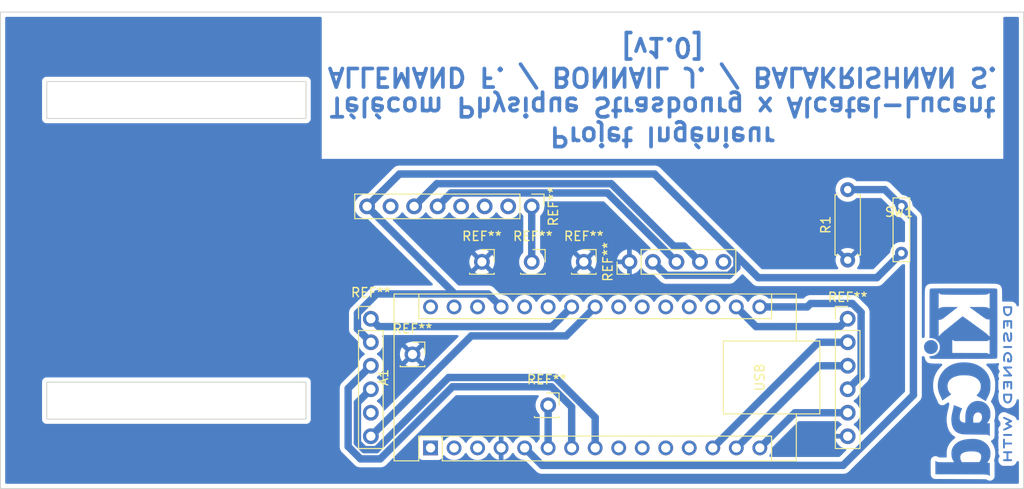
<source format=kicad_pcb>
(kicad_pcb (version 20211014) (generator pcbnew)
  (layers (0 "F.Cu" signal) (31 "B.Cu" signal) (34 "B.Paste" user) (35 "F.Paste" user) (36 "B.SilkS" user "B.Silkscreen") (37 "F.SilkS" user "F.Silkscreen") (38 "B.Mask" user) (39 "F.Mask" user) (44 "Edge.Cuts" user))
  (net 0 "")
  (net 4 "Earth")
  (net 5 "INTERRUPT")
  (net 6 "BUTTON")
  (net 7 "GPS_RECEIVE")
  (net 8 "GPS_TRANSMIT")
  (net 12 "CS")
  (net 13 "MOSI")
  (net 14 "MISO")
  (net 15 "CLK")
  (net 16 "3.3v")
  (net 22 "SDA")
  (net 23 "SCL")
  (net 26 "5v")
  (footprint "Connector_PinSocket_2.54mm:PinSocket_1x01_P2.54mm_Vertical" (layer "F.Cu") (at 127.5 91.5)
    (fp_text reference "REF**")
    (fp_text value "PinSocket_1x01_P2.54mm_Vertical")
  )
  (footprint "Connector_PinSocket_2.54mm:PinSocket_1x01_P2.54mm_Vertical" (layer "F.Cu") (at 133 91.5)
    (fp_text reference "REF**")
    (fp_text value "PinSocket_1x01_P2.54mm_Vertical")
  )
  (footprint "Connector_PinSocket_2.54mm:PinSocket_1x01_P2.54mm_Vertical" (layer "F.Cu") (at 129 107)
    (fp_text reference "REF**")
    (fp_text value "PinSocket_1x01_P2.54mm_Vertical")
  )
  (footprint "Connector_PinHeader_2.54mm:PinHeader_1x06_P2.54mm_Vertical" (layer "F.Cu") (at 161.5 97.65)
    (fp_text reference "REF**")
    (fp_text value "SD Card")
  )
  (footprint "Module:Arduino_Nano" (layer "F.Cu") (at 116.45 111.61 90)
    (fp_text reference "A1")
    (fp_text value "Arduino_Nano_v3.x")
  )
  (footprint "TestPoint:TestPoint_Bridge_Pitch5.08mm_Drill0.7mm" (layer "F.Cu") (at 167.3 85.48 -90)
    (fp_text reference "SW1")
    (fp_text value "SW_Push")
  )
  (footprint "Connector_PinHeader_2.54mm:PinHeader_1x08_P2.54mm_Vertical" (layer "F.Cu") (at 127.375 85.5 -90)
    (fp_text reference "REF**")
    (fp_text value "IMU")
  )
  (footprint "Connector_PinSocket_2.54mm:PinSocket_1x01_P2.54mm_Vertical" (layer "F.Cu") (at 114.5 101.5)
    (fp_text reference "REF**")
    (fp_text value "PinSocket_1x01_P2.54mm_Vertical")
  )
  (footprint "Connector_PinHeader_2.54mm:PinHeader_1x06_P2.54mm_Vertical" (layer "F.Cu") (at 110 97.65)
    (fp_text reference "REF**")
    (fp_text value "GPS")
  )
  (footprint "Connector_PinHeader_2.54mm:PinHeader_1x05_P2.54mm_Vertical" (layer "F.Cu") (at 137.925 91.5 90)
    (fp_text reference "REF**")
    (fp_text value "RTC")
  )
  (footprint "Connector_PinSocket_2.54mm:PinSocket_1x01_P2.54mm_Vertical" (layer "F.Cu") (at 122 91.5)
    (fp_text reference "REF**")
    (fp_text value "PinSocket_1x01_P2.54mm_Vertical")
  )
  (footprint "Resistor_THT:R_Axial_DIN0207_L6.3mm_D2.5mm_P7.62mm_Horizontal" (layer "F.Cu") (at 161.5 91.31 90)
    (fp_text reference "R1")
    (fp_text value "R")
  )
  (footprint "Symbol:KiCad-Logo2_8mm_Copper" (layer "B.Cu") (at 173.676424 104.490107 -90)
    (fp_text reference "REF**" hide)
    (fp_text value "KiCad-Logo2_8mm_Copper" hide)
  )
  (gr_rect (start 75 104.5) (end 103 108.5) (layer "Edge.Cuts") (width 0.1) (fill none))
  (gr_rect (start 75 72) (end 103 76) (layer "Edge.Cuts") (width 0.1) (fill none))
  (gr_rect (start 70 64.5) (end 180.5 116) (layer "Edge.Cuts") (width 0.1) (fill none))
  (gr_text "Projet Ingénieur\nTélécom Physique Strasbourg x Alcatel-Lucent\nALLEMAND F. / BONNAIL J. / BALAKRISHNAN S.\n[v1.0]\n\n" (at 141.5 71.5 180) (layer "B.Cu") (effects (font (size 2 2) (thickness 0.4)) (justify mirror)))
  (segment (start 129.15 111.61) (end 129.15 107) (width 0.8) (layer "B.Cu") (net 5))
  (segment (start 127.375 85.5) (end 127.375 91.5) (width 0.8) (layer "B.Cu") (net 5))
  (segment (start 161.5 83.69) (end 165.51 83.69) (width 0.8) (layer "B.Cu") (net 6))
  (segment (start 128.5 113.5) (end 126.61 111.61) (width 0.8) (layer "B.Cu") (net 6))
  (segment (start 161 113.5) (end 128.5 113.5) (width 0.8) (layer "B.Cu") (net 6))
  (segment (start 165.51 83.69) (end 167.3 85.48) (width 0.8) (layer "B.Cu") (net 6))
  (segment (start 168.6 86.78) (end 168.6 105.9) (width 0.8) (layer "B.Cu") (net 6))
  (segment (start 168.6 105.9) (end 161 113.5) (width 0.8) (layer "B.Cu") (net 6))
  (segment (start 167.3 85.48) (end 168.6 86.78) (width 0.8) (layer "B.Cu") (net 6))
  (segment (start 111.014824 112.8) (end 118.814824 105) (width 0.8) (layer "B.Cu") (net 7))
  (segment (start 108.885786 112.8) (end 111.014824 112.8) (width 0.8) (layer "B.Cu") (net 7))
  (segment (start 131.69 107.19) (end 131.69 111.61) (width 0.8) (layer "B.Cu") (net 7))
  (segment (start 129.5 105) (end 131.69 107.19) (width 0.8) (layer "B.Cu") (net 7))
  (segment (start 107.549999 111.464213) (end 108.885786 112.8) (width 0.8) (layer "B.Cu") (net 7))
  (segment (start 107.549999 105.180001) (end 107.549999 111.464213) (width 0.8) (layer "B.Cu") (net 7))
  (segment (start 118.814824 105) (end 129.5 105) (width 0.8) (layer "B.Cu") (net 7))
  (segment (start 110 102.73) (end 107.549999 105.180001) (width 0.8) (layer "B.Cu") (net 7))
  (segment (start 110 105.27) (end 108.55 106.72) (width 0.8) (layer "B.Cu") (net 8))
  (segment (start 118.400611 103.999999) (end 129.914214 104) (width 0.8) (layer "B.Cu") (net 8))
  (segment (start 108.55 111.05) (end 109.3 111.8) (width 0.8) (layer "B.Cu") (net 8))
  (segment (start 110.60061 111.8) (end 118.400611 103.999999) (width 0.8) (layer "B.Cu") (net 8))
  (segment (start 109.3 111.8) (end 110.60061 111.8) (width 0.8) (layer "B.Cu") (net 8))
  (segment (start 134.23 108.315786) (end 134.23 111.61) (width 0.8) (layer "B.Cu") (net 8))
  (segment (start 108.55 106.72) (end 108.55 111.05) (width 0.8) (layer "B.Cu") (net 8))
  (segment (start 129.914214 104) (end 134.23 108.315786) (width 0.8) (layer "B.Cu") (net 8))
  (segment (start 158.35 100.19) (end 146.93 111.61) (width 0.8) (layer "B.Cu") (net 12))
  (segment (start 161.5 100.19) (end 158.35 100.19) (width 0.8) (layer "B.Cu") (net 12))
  (segment (start 158.35 102.73) (end 149.47 111.61) (width 0.8) (layer "B.Cu") (net 13))
  (segment (start 161.5 102.73) (end 158.35 102.73) (width 0.8) (layer "B.Cu") (net 13))
  (segment (start 161.5 107.81) (end 155.81 107.81) (width 0.8) (layer "B.Cu") (net 14))
  (segment (start 155.81 107.81) (end 152.01 111.61) (width 0.8) (layer "B.Cu") (net 14))
  (segment (start 162.95 96.95) (end 162 96) (width 0.8) (layer "B.Cu") (net 15))
  (segment (start 161.5 105.27) (end 162.95 103.82) (width 0.8) (layer "B.Cu") (net 15))
  (segment (start 162.95 103.82) (end 162.95 96.95) (width 0.8) (layer "B.Cu") (net 15))
  (segment (start 162 96) (end 157.5 96) (width 0.8) (layer "B.Cu") (net 15))
  (segment (start 157.13 96.37) (end 152.01 96.37) (width 0.8) (layer "B.Cu") (net 15))
  (segment (start 157.5 96) (end 157.13 96.37) (width 0.8) (layer "B.Cu") (net 15))
  (segment (start 160.65 98.5) (end 151.6 98.5) (width 0.8) (layer "B.Cu") (net 16))
  (segment (start 161.5 97.65) (end 160.65 98.5) (width 0.8) (layer "B.Cu") (net 16))
  (segment (start 151.6 98.5) (end 149.47 96.37) (width 0.8) (layer "B.Cu") (net 16))
  (segment (start 143.005 91.5) (end 135.555 84.05) (width 0.8) (layer "B.Cu") (net 22))
  (segment (start 118.665 84.05) (end 117.215 85.5) (width 0.8) (layer "B.Cu") (net 22))
  (segment (start 135.555 84.05) (end 118.665 84.05) (width 0.8) (layer "B.Cu") (net 22))
  (segment (start 110 110.35) (end 120.85 99.5) (width 0.8) (layer "B.Cu") (net 22))
  (segment (start 120.85 99.5) (end 131.1 99.5) (width 0.8) (layer "B.Cu") (net 22))
  (segment (start 131.1 99.5) (end 134.23 96.37) (width 0.8) (layer "B.Cu") (net 22))
  (segment (start 145.545 91.5) (end 143.835393 89.790393) (width 0.8) (layer "B.Cu") (net 23))
  (segment (start 142.709607 89.790393) (end 135.969214 83.05) (width 0.8) (layer "B.Cu") (net 23))
  (segment (start 129.56 98.5) (end 131.69 96.37) (width 0.8) (layer "B.Cu") (net 23))
  (segment (start 110 97.65) (end 110.85 98.5) (width 0.8) (layer "B.Cu") (net 23))
  (segment (start 110.85 98.5) (end 129.56 98.5) (width 0.8) (layer "B.Cu") (net 23))
  (segment (start 135.969214 83.05) (end 117.125 83.05) (width 0.8) (layer "B.Cu") (net 23))
  (segment (start 143.835393 89.790393) (end 142.709607 89.790393) (width 0.8) (layer "B.Cu") (net 23))
  (segment (start 117.125 83.05) (end 114.675 85.5) (width 0.8) (layer "B.Cu") (net 23))
  (segment (start 141.915 92.95) (end 148.68561 92.95) (width 0.8) (layer "B.Cu") (net 26))
  (segment (start 124.07 96.27) (end 124.07 96.37) (width 0.8) (layer "B.Cu") (net 26))
  (segment (start 109.595 85.5) (end 119.065 94.97) (width 0.8) (layer "B.Cu") (net 26))
  (segment (start 108.55 97.04939) (end 110.62939 94.97) (width 0.8) (layer "B.Cu") (net 26))
  (segment (start 164.65 93.21) (end 151.84561 93.21) (width 0.8) (layer "B.Cu") (net 26))
  (segment (start 110.62939 94.97) (end 119.065 94.97) (width 0.8) (layer "B.Cu") (net 26))
  (segment (start 140.63561 82) (end 113.095 82) (width 0.8) (layer "B.Cu") (net 26))
  (segment (start 149.535 92.10061) (end 149.535 90.89939) (width 0.8) (layer "B.Cu") (net 26))
  (segment (start 122.67 94.97) (end 124.07 96.37) (width 0.8) (layer "B.Cu") (net 26))
  (segment (start 149.535 90.89939) (end 140.63561 82) (width 0.8) (layer "B.Cu") (net 26))
  (segment (start 119.065 94.97) (end 122.67 94.97) (width 0.8) (layer "B.Cu") (net 26))
  (segment (start 148.68561 92.95) (end 149.535 92.10061) (width 0.8) (layer "B.Cu") (net 26))
  (segment (start 110 100.19) (end 108.55 98.74) (width 0.8) (layer "B.Cu") (net 26))
  (segment (start 108.55 98.74) (end 108.55 97.04939) (width 0.8) (layer "B.Cu") (net 26))
  (segment (start 140.465 91.5) (end 141.915 92.95) (width 0.8) (layer "B.Cu") (net 26))
  (segment (start 167.3 90.56) (end 164.65 93.21) (width 0.8) (layer "B.Cu") (net 26))
  (segment (start 113.095 82) (end 109.595 85.5) (width 0.8) (layer "B.Cu") (net 26))
  (segment (start 151.84561 93.21) (end 149.535 90.89939) (width 0.8) (layer "B.Cu") (net 26))
  (zone (net 4) (net_name "Earth") (layer "B.Cu") (connect_pads (clearance 0.508)) (min_thickness 0.254) (fill yes (thermal_gap 0.508) (thermal_bridge_width 0.508))
    (polygon (pts (xy 180 115.5) (xy 70.5 115.5) (xy 70.5 65) (xy 180 65)))
  )
)
</source>
